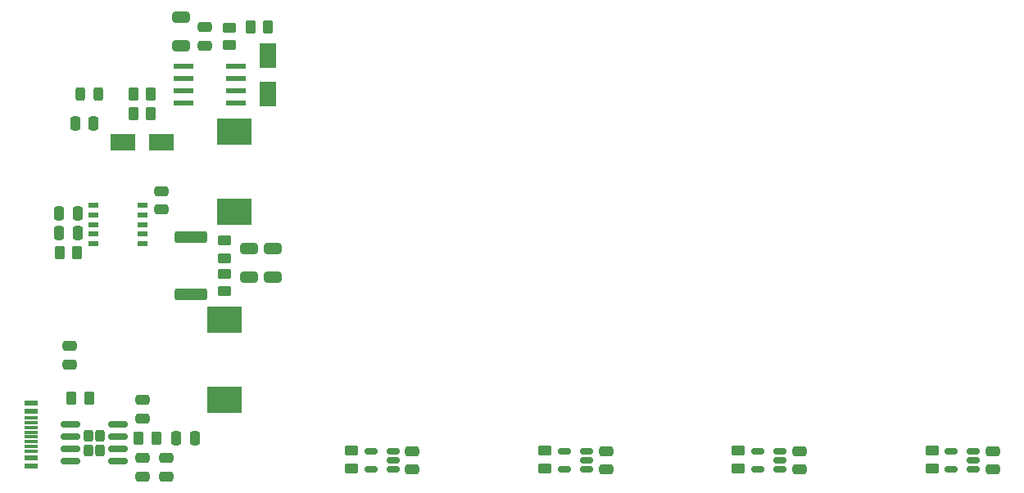
<source format=gbr>
%TF.GenerationSoftware,KiCad,Pcbnew,(6.0.7)*%
%TF.CreationDate,2022-08-08T03:52:41+08:00*%
%TF.ProjectId,Solar Charger,536f6c61-7220-4436-9861-726765722e6b,rev?*%
%TF.SameCoordinates,Original*%
%TF.FileFunction,Paste,Top*%
%TF.FilePolarity,Positive*%
%FSLAX46Y46*%
G04 Gerber Fmt 4.6, Leading zero omitted, Abs format (unit mm)*
G04 Created by KiCad (PCBNEW (6.0.7)) date 2022-08-08 03:52:41*
%MOMM*%
%LPD*%
G01*
G04 APERTURE LIST*
G04 Aperture macros list*
%AMRoundRect*
0 Rectangle with rounded corners*
0 $1 Rounding radius*
0 $2 $3 $4 $5 $6 $7 $8 $9 X,Y pos of 4 corners*
0 Add a 4 corners polygon primitive as box body*
4,1,4,$2,$3,$4,$5,$6,$7,$8,$9,$2,$3,0*
0 Add four circle primitives for the rounded corners*
1,1,$1+$1,$2,$3*
1,1,$1+$1,$4,$5*
1,1,$1+$1,$6,$7*
1,1,$1+$1,$8,$9*
0 Add four rect primitives between the rounded corners*
20,1,$1+$1,$2,$3,$4,$5,0*
20,1,$1+$1,$4,$5,$6,$7,0*
20,1,$1+$1,$6,$7,$8,$9,0*
20,1,$1+$1,$8,$9,$2,$3,0*%
G04 Aperture macros list end*
%ADD10RoundRect,0.250000X-0.262500X-0.450000X0.262500X-0.450000X0.262500X0.450000X-0.262500X0.450000X0*%
%ADD11RoundRect,0.250000X-0.475000X0.250000X-0.475000X-0.250000X0.475000X-0.250000X0.475000X0.250000X0*%
%ADD12RoundRect,0.240000X0.240000X0.385000X-0.240000X0.385000X-0.240000X-0.385000X0.240000X-0.385000X0*%
%ADD13RoundRect,0.150000X0.825000X0.150000X-0.825000X0.150000X-0.825000X-0.150000X0.825000X-0.150000X0*%
%ADD14RoundRect,0.250000X-0.450000X0.262500X-0.450000X-0.262500X0.450000X-0.262500X0.450000X0.262500X0*%
%ADD15RoundRect,0.250000X1.425000X-0.362500X1.425000X0.362500X-1.425000X0.362500X-1.425000X-0.362500X0*%
%ADD16RoundRect,0.150000X0.512500X0.150000X-0.512500X0.150000X-0.512500X-0.150000X0.512500X-0.150000X0*%
%ADD17RoundRect,0.250000X-0.250000X-0.475000X0.250000X-0.475000X0.250000X0.475000X-0.250000X0.475000X0*%
%ADD18RoundRect,0.250000X0.450000X-0.262500X0.450000X0.262500X-0.450000X0.262500X-0.450000X-0.262500X0*%
%ADD19R,2.500000X1.800000*%
%ADD20R,3.600000X2.700000*%
%ADD21RoundRect,0.250000X0.650000X-0.325000X0.650000X0.325000X-0.650000X0.325000X-0.650000X-0.325000X0*%
%ADD22RoundRect,0.250000X0.250000X0.475000X-0.250000X0.475000X-0.250000X-0.475000X0.250000X-0.475000X0*%
%ADD23RoundRect,0.250000X0.475000X-0.250000X0.475000X0.250000X-0.475000X0.250000X-0.475000X-0.250000X0*%
%ADD24R,2.000000X0.600000*%
%ADD25R,1.450000X0.600000*%
%ADD26R,1.450000X0.300000*%
%ADD27R,1.800000X2.500000*%
%ADD28RoundRect,0.243750X-0.243750X-0.456250X0.243750X-0.456250X0.243750X0.456250X-0.243750X0.456250X0*%
%ADD29RoundRect,0.250000X0.262500X0.450000X-0.262500X0.450000X-0.262500X-0.450000X0.262500X-0.450000X0*%
%ADD30R,1.100000X0.510000*%
G04 APERTURE END LIST*
D10*
%TO.C,R13*%
X92112500Y-101635000D03*
X93937500Y-101635000D03*
%TD*%
D11*
%TO.C,C14*%
X160412500Y-102950000D03*
X160412500Y-104850000D03*
%TD*%
%TO.C,C15*%
X140412500Y-102950000D03*
X140412500Y-104850000D03*
%TD*%
D12*
%TO.C,U6*%
X86955000Y-101385000D03*
X88095000Y-101385000D03*
X88095000Y-102885000D03*
X86955000Y-102885000D03*
D13*
X90000000Y-104040000D03*
X90000000Y-102770000D03*
X90000000Y-101500000D03*
X90000000Y-100230000D03*
X85050000Y-100230000D03*
X85050000Y-101500000D03*
X85050000Y-102770000D03*
X85050000Y-104040000D03*
%TD*%
D14*
%TO.C,R2*%
X101000000Y-81175000D03*
X101000000Y-83000000D03*
%TD*%
D15*
%TO.C,R3*%
X97500000Y-86712500D03*
X97500000Y-80787500D03*
%TD*%
D16*
%TO.C,U2*%
X178400000Y-104850000D03*
X178400000Y-103900000D03*
X178400000Y-102950000D03*
X176125000Y-102950000D03*
X176125000Y-104850000D03*
%TD*%
%TO.C,U3*%
X158400000Y-104850000D03*
X158400000Y-103900000D03*
X158400000Y-102950000D03*
X156125000Y-102950000D03*
X156125000Y-104850000D03*
%TD*%
D17*
%TO.C,C19*%
X96025000Y-101635000D03*
X97925000Y-101635000D03*
%TD*%
D10*
%TO.C,R6*%
X83937500Y-82400000D03*
X85762500Y-82400000D03*
%TD*%
D18*
%TO.C,R10*%
X154112500Y-104762500D03*
X154112500Y-102937500D03*
%TD*%
D19*
%TO.C,D2*%
X94500000Y-71000000D03*
X90500000Y-71000000D03*
%TD*%
D20*
%TO.C,L1*%
X102000000Y-78150000D03*
X102000000Y-69850000D03*
%TD*%
D18*
%TO.C,R12*%
X114112500Y-104762500D03*
X114112500Y-102937500D03*
%TD*%
D21*
%TO.C,C8*%
X96500000Y-60975000D03*
X96500000Y-58025000D03*
%TD*%
D22*
%TO.C,C5*%
X85812500Y-80400000D03*
X83912500Y-80400000D03*
%TD*%
D23*
%TO.C,C7*%
X99000000Y-60950000D03*
X99000000Y-59050000D03*
%TD*%
D20*
%TO.C,L2*%
X101000000Y-97650000D03*
X101000000Y-89350000D03*
%TD*%
D11*
%TO.C,C18*%
X92525000Y-103685000D03*
X92525000Y-105585000D03*
%TD*%
D21*
%TO.C,C1*%
X103500000Y-84975000D03*
X103500000Y-82025000D03*
%TD*%
D16*
%TO.C,U4*%
X138400000Y-104850000D03*
X138400000Y-103900000D03*
X138400000Y-102950000D03*
X136125000Y-102950000D03*
X136125000Y-104850000D03*
%TD*%
D24*
%TO.C,AP1*%
X96775000Y-63095000D03*
X96775000Y-64365000D03*
X96775000Y-65635000D03*
X96775000Y-66905000D03*
X102225000Y-66905000D03*
X102225000Y-65635000D03*
X102225000Y-64365000D03*
X102225000Y-63095000D03*
%TD*%
D23*
%TO.C,C20*%
X92525000Y-99585000D03*
X92525000Y-97685000D03*
%TD*%
D11*
%TO.C,C16*%
X120412500Y-102950000D03*
X120412500Y-104850000D03*
%TD*%
D10*
%TO.C,R4*%
X91587500Y-66000000D03*
X93412500Y-66000000D03*
%TD*%
D21*
%TO.C,C2*%
X106000000Y-84975000D03*
X106000000Y-82025000D03*
%TD*%
D25*
%TO.C,P1*%
X81045000Y-98000000D03*
X81045000Y-98800000D03*
D26*
X81045000Y-100000000D03*
X81045000Y-101000000D03*
X81045000Y-101500000D03*
X81045000Y-102500000D03*
D25*
X81045000Y-103700000D03*
X81045000Y-104500000D03*
X81045000Y-104500000D03*
X81045000Y-103700000D03*
D26*
X81045000Y-103000000D03*
X81045000Y-102000000D03*
X81045000Y-100500000D03*
X81045000Y-99500000D03*
D25*
X81045000Y-98800000D03*
X81045000Y-98000000D03*
%TD*%
D17*
%TO.C,C4*%
X83900000Y-78350000D03*
X85800000Y-78350000D03*
%TD*%
D10*
%TO.C,R5*%
X91587500Y-68000000D03*
X93412500Y-68000000D03*
%TD*%
D16*
%TO.C,U5*%
X118400000Y-104850000D03*
X118400000Y-103900000D03*
X118400000Y-102950000D03*
X116125000Y-102950000D03*
X116125000Y-104850000D03*
%TD*%
D18*
%TO.C,R11*%
X134112500Y-104762500D03*
X134112500Y-102937500D03*
%TD*%
D27*
%TO.C,D3*%
X105500000Y-66000000D03*
X105500000Y-62000000D03*
%TD*%
D14*
%TO.C,R7*%
X101500000Y-59087500D03*
X101500000Y-60912500D03*
%TD*%
D23*
%TO.C,C6*%
X94500000Y-77950000D03*
X94500000Y-76050000D03*
%TD*%
D28*
%TO.C,D1*%
X86062500Y-66000000D03*
X87937500Y-66000000D03*
%TD*%
D29*
%TO.C,R14*%
X87000000Y-97500000D03*
X85175000Y-97500000D03*
%TD*%
D11*
%TO.C,C22*%
X85000000Y-92100000D03*
X85000000Y-94000000D03*
%TD*%
D22*
%TO.C,C3*%
X87450000Y-69000000D03*
X85550000Y-69000000D03*
%TD*%
D18*
%TO.C,R9*%
X174112500Y-104762500D03*
X174112500Y-102937500D03*
%TD*%
D11*
%TO.C,C17*%
X95025000Y-103685000D03*
X95025000Y-105585000D03*
%TD*%
D14*
%TO.C,R1*%
X101000000Y-84587500D03*
X101000000Y-86412500D03*
%TD*%
D30*
%TO.C,U1*%
X87450000Y-77500000D03*
X87450000Y-78500000D03*
X87450000Y-79500000D03*
X87450000Y-80500000D03*
X87450000Y-81500000D03*
X92550000Y-81500000D03*
X92550000Y-80500000D03*
X92550000Y-79500000D03*
X92550000Y-78500000D03*
X92550000Y-77500000D03*
%TD*%
D29*
%TO.C,R8*%
X105500000Y-59000000D03*
X103675000Y-59000000D03*
%TD*%
D11*
%TO.C,C13*%
X180412500Y-102950000D03*
X180412500Y-104850000D03*
%TD*%
M02*

</source>
